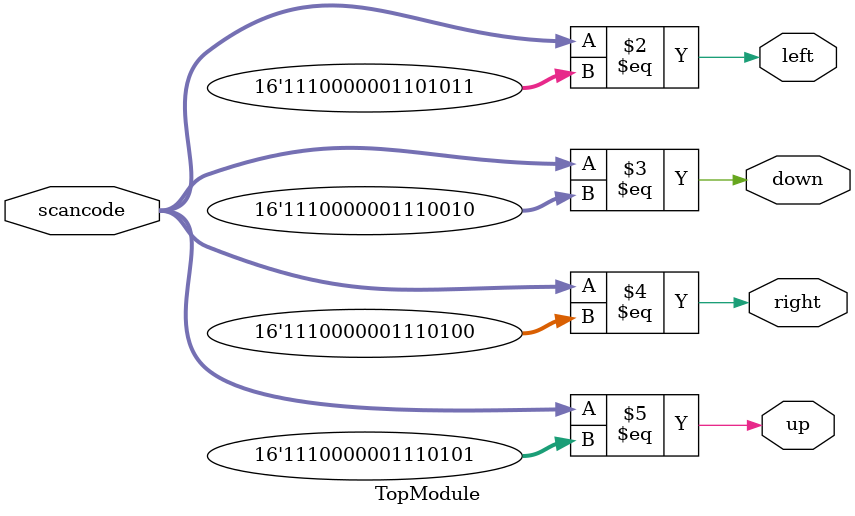
<source format=sv>

module TopModule (
  input [15:0] scancode,
  output reg left,
  output reg down,
  output reg right,
  output reg up
);

  always @(scancode) begin
    left   = (scancode == 16'hE06B);
    down  = (scancode == 16'hE072);
    right = (scancode == 16'hE074);
    up    = (scancode == 16'hE075);
  end

endmodule

// VERILOG-EVAL: errant inclusion of module definition

</source>
